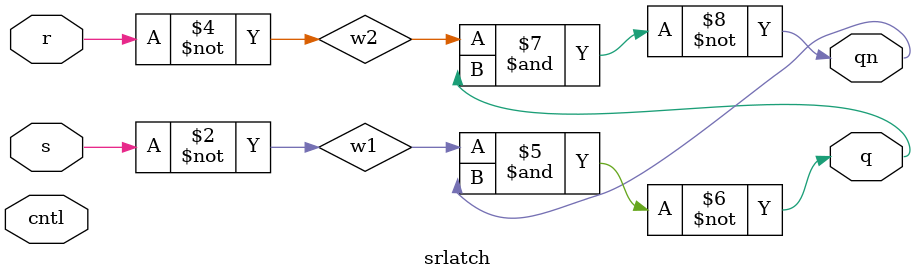
<source format=v>
module srlatch(input s,r,cntl,
				output  q,
				output qn);
				
		
	wire w1, w2; 


		nand n1(w1, s, s);
		nand n2(w2, r, r);
		nand n3 (q, w1, qn);
		nand n4 (qn,w2,q);
		
		
		
		
endmodule
</source>
